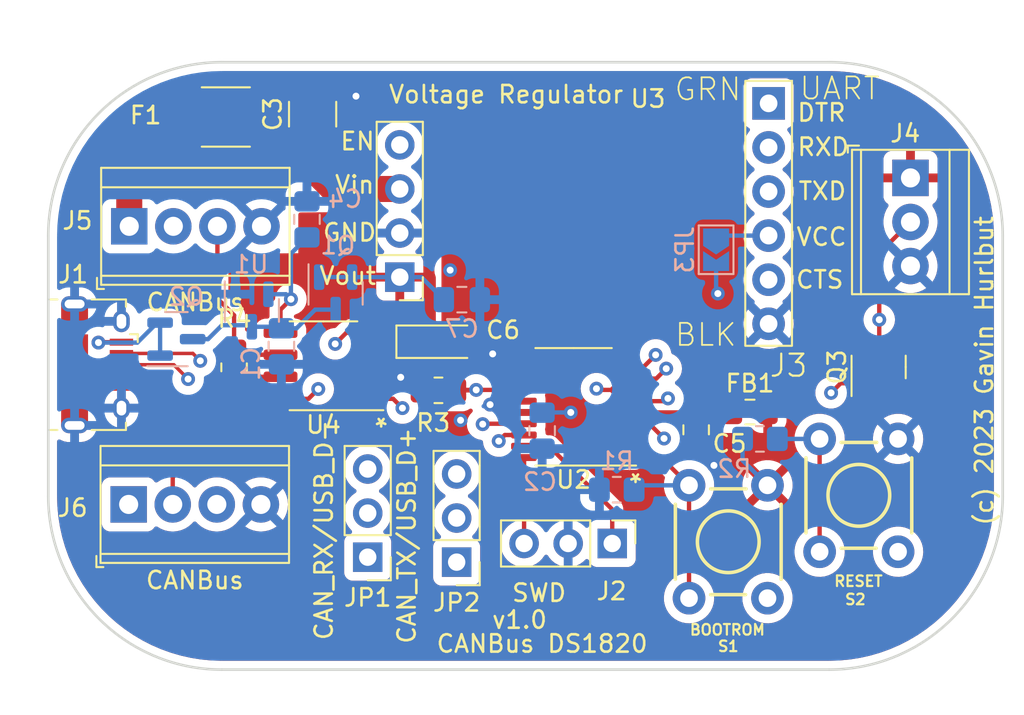
<source format=kicad_pcb>
(kicad_pcb (version 20211014) (generator pcbnew)
  (title_block (title "CANBus DS1820 Sensor") (date "2023-02-28") (rev "1.0") (company "Gavin Hurlbut"))
  (layers (0 "F.Cu" signal) (1 "In1.Cu" signal) (2 "In2.Cu" signal) (31 "B.Cu" signal) (34 "B.Paste" user) (35 "F.Paste" user) (36 "B.SilkS" user "B.Silkscreen") (37 "F.SilkS" user "F.Silkscreen") (38 "B.Mask" user) (39 "F.Mask" user) (44 "Edge.Cuts" user))
  (net 0 "")
  (net 1 "GND")
  (net 2 "+3V3")
  (net 3 "+5VP")
  (net 4 "+12V")
  (net 5 "+5V")
  (net 6 "+BATT")
  (net 7 "VBUS")
  (net 8 "USB_D-")
  (net 9 "USB_D+")
  (net 11 "CANH")
  (net 12 "CANL")
  (net 13 "CAN_RX")
  (net 14 "Net-(JP1-Pad2)")
  (net 15 "CAN_TX")
  (net 16 "Net-(JP2-Pad2)")
  (net 17 "Net-(R1-Pad1)")
  (net 18 "DQ")
  (net 19 "CAN_STBY")
  (net 20 "TXD2")
  (net 21 "RXD2")
  (net 22 "PCTLZ")
  (net 26 "SWDIO")
  (net 27 "SWDCLK")
  (net 28 "~{RESET}")
  (net 31 "/VDDA")
  (net 39 "Net-(J3-Pad4)")
  (footprint "Connector_PinHeader_2.54mm:PinHeader_1x03_P2.54mm_Vertical" (layer "F.Cu") (at 73.4 97.14 180)
    (fp_text reference "JP1" (at 0 -2.33) (layer "F.SilkS"))
    (fp_text value "CAN_RX/USB_D-" (at 2.525 1.565 90) (layer "F.SilkS"))
    (fp_line (start -1.33 -1.33) (end 0 -1.33) (layer "F.SilkS") (width 0.12))
    (fp_line (start -1.33 1.27) (end -1.33 6.41) (layer "F.SilkS") (width 0.12))
    (fp_line (start -1.33 1.27) (end 1.33 1.27) (layer "F.SilkS") (width 0.12))
    (fp_line (start -1.33 0) (end -1.33 -1.33) (layer "F.SilkS") (width 0.12))
    (fp_line (start 1.33 1.27) (end 1.33 6.41) (layer "F.SilkS") (width 0.12))
    (fp_line (start -1.33 6.41) (end 1.33 6.41) (layer "F.SilkS") (width 0.12))
    (pad "1" thru_hole rect (at 0 0 180) (size 1.7 1.7) (drill 1) (layers *.Cu *.Mask) (net 13 "CAN_RX"))
    (pad "2" thru_hole oval (at 0 2.54 180) (size 1.7 1.7) (drill 1) (layers *.Cu *.Mask) (net 14 "Net-(JP1-Pad2)"))
    (pad "3" thru_hole oval (at 0 5.08 180) (size 1.7 1.7) (drill 1) (layers *.Cu *.Mask) (net 8 "USB_D-"))
  )
  (footprint "TerminalBlock_TE-Connectivity:TerminalBlock_TE_282834-4_1x04_P2.54mm_Horizontal" (layer "F.Cu") (at 59.625 94.1)
    (fp_text reference "J6" (at -3.225 0.2) (layer "F.SilkS"))
    (fp_text value "CANBus" (at 3.81 4.37) (layer "F.SilkS"))
    (fp_line (start 9.241 -3.37) (end 9.241 3.37) (layer "F.SilkS") (width 0.12))
    (fp_line (start -1.62 -3.37) (end 9.241 -3.37) (layer "F.SilkS") (width 0.12))
    (fp_line (start -1.62 2.85) (end 9.241 2.85) (layer "F.SilkS") (width 0.12))
    (fp_line (start -1.62 -2.25) (end 9.241 -2.25) (layer "F.SilkS") (width 0.12))
    (fp_line (start -1.86 3.61) (end -1.46 3.61) (layer "F.SilkS") (width 0.12))
    (fp_line (start -1.62 3.37) (end 9.241 3.37) (layer "F.SilkS") (width 0.12))
    (fp_line (start -1.62 -3.37) (end -1.62 3.37) (layer "F.SilkS") (width 0.12))
    (fp_line (start -1.86 2.97) (end -1.86 3.61) (layer "F.SilkS") (width 0.12))
    (pad "1" thru_hole rect (at 0 0) (size 2.1 2.1) (drill 1.1) (layers *.Cu *.Mask) (net 6 "+BATT"))
    (pad "2" thru_hole circle (at 2.54 0) (size 2.1 2.1) (drill 1.1) (layers *.Cu *.Mask) (net 11 "CANH"))
    (pad "3" thru_hole circle (at 5.08 0) (size 2.1 2.1) (drill 1.1) (layers *.Cu *.Mask) (net 12 "CANL"))
    (pad "4" thru_hole circle (at 7.62 0) (size 2.1 2.1) (drill 1.1) (layers *.Cu *.Mask) (net 1 "GND"))
  )
  (footprint "TerminalBlock_TE-Connectivity:TerminalBlock_TE_282834-3_1x03_P2.54mm_Horizontal" (layer "F.Cu") (at 104.675 75.285 -90)
    (fp_text reference "J4" (at -2.56 0.3 180) (layer "F.SilkS"))
    (fp_text value "3-pole terminal")
    (fp_line (start -1.62 -3.37) (end 6.7 -3.37) (layer "F.SilkS") (width 0.12))
    (fp_line (start -1.62 3.37) (end 6.7 3.37) (layer "F.SilkS") (width 0.12))
    (fp_line (start 6.7 -3.37) (end 6.7 3.37) (layer "F.SilkS") (width 0.12))
    (fp_line (start -1.62 2.85) (end 6.7 2.85) (layer "F.SilkS") (width 0.12))
    (fp_line (start -1.62 -2.25) (end 6.7 -2.25) (layer "F.SilkS") (width 0.12))
    (fp_line (start -1.62 -3.37) (end -1.62 3.37) (layer "F.SilkS") (width 0.12))
    (fp_line (start -1.86 3.61) (end -1.46 3.61) (layer "F.SilkS") (width 0.12))
    (fp_line (start -1.86 2.97) (end -1.86 3.61) (layer "F.SilkS") (width 0.12))
    (pad "1" thru_hole rect (at 0 0 270) (size 2.1 2.1) (drill 1.1) (layers *.Cu *.Mask) (net 2 "+3V3"))
    (pad "2" thru_hole circle (at 2.54 0 270) (size 2.1 2.1) (drill 1.1) (layers *.Cu *.Mask) (net 18 "DQ"))
    (pad "3" thru_hole circle (at 5.08 0 270) (size 2.1 2.1) (drill 1.1) (layers *.Cu *.Mask) (net 1 "GND"))
  )
  (footprint "Connector_PinHeader_2.54mm:PinHeader_1x03_P2.54mm_Vertical" (layer "F.Cu") (at 87.49 96.35 -90)
    (fp_text reference "J2" (at 2.75 0.04 180) (layer "F.SilkS"))
    (fp_text value "SWD" (at 2.85 4.215 180) (layer "F.SilkS"))
    (fp_line (start 1.33 1.27) (end 1.33 6.41) (layer "F.SilkS") (width 0.12))
    (fp_line (start -1.33 -1.33) (end 0 -1.33) (layer "F.SilkS") (width 0.12))
    (fp_line (start -1.33 1.27) (end 1.33 1.27) (layer "F.SilkS") (width 0.12))
    (fp_line (start -1.33 6.41) (end 1.33 6.41) (layer "F.SilkS") (width 0.12))
    (fp_line (start -1.33 1.27) (end -1.33 6.41) (layer "F.SilkS") (width 0.12))
    (fp_line (start -1.33 0) (end -1.33 -1.33) (layer "F.SilkS") (width 0.12))
    (pad "1" thru_hole rect (at 0 0 270) (size 1.7 1.7) (drill 1) (layers *.Cu *.Mask) (net 26 "SWDIO"))
    (pad "2" thru_hole oval (at 0 2.54 270) (size 1.7 1.7) (drill 1) (layers *.Cu *.Mask) (net 1 "GND"))
    (pad "3" thru_hole oval (at 0 5.08 270) (size 1.7 1.7) (drill 1) (layers *.Cu *.Mask) (net 27 "SWDCLK"))
  )
  (footprint "Resistor_SMD:R_0805_2012Metric_Pad1.20x1.40mm_HandSolder" (layer "F.Cu") (at 65.7 86.2 90)
    (fp_text reference "R4" (at 2.8 0.025 180) (layer "F.SilkS"))
    (fp_text value "120R")
    (fp_line (start -0.227064 0.735) (end 0.227064 0.735) (layer "F.SilkS") (width 0.12))
    (fp_line (start -0.227064 -0.735) (end 0.227064 -0.735) (layer "F.SilkS") (width 0.12))
    (pad "1" smd roundrect (at -1 0 90) (size 1.2 1.4) (layers "F.Cu" "F.Paste" "F.Mask") (roundrect_rratio 0.2083333333) (net 11 "CANH"))
    (pad "2" smd roundrect (at 1 0 90) (size 1.2 1.4) (layers "F.Cu" "F.Paste" "F.Mask") (roundrect_rratio 0.2083333333) (net 12 "CANL"))
  )
  (footprint "Capacitor_SMD:C_0805_2012Metric_Pad1.18x1.45mm_HandSolder" (layer "F.Cu") (at 92.325 89.8 -90)
    (fp_text reference "C5" (at 0.8 -1.925 180) (layer "F.SilkS"))
    (fp_text value "100nF")
    (fp_line (start -0.261252 -0.735) (end 0.261252 -0.735) (layer "F.SilkS") (width 0.12))
    (fp_line (start -0.261252 0.735) (end 0.261252 0.735) (layer "F.SilkS") (width 0.12))
    (pad "1" smd roundrect (at -1.0375 0 270) (size 1.175 1.45) (layers "F.Cu" "F.Paste" "F.Mask") (roundrect_rratio 0.2127659574) (net 31 "/VDDA"))
    (pad "2" smd roundrect (at 1.0375 0 270) (size 1.175 1.45) (layers "F.Cu" "F.Paste" "F.Mask") (roundrect_rratio 0.2127659574) (net 1 "GND"))
  )
  (footprint "SparkFun-Switches:TACTILE_SWITCH_PTH_6.0MM" (layer "F.Cu") (at 94.175 96.25 -90)
    (fp_text reference "S1" (at 6.025 0 180) (layer "F.SilkS") (effects (font (size 0.6096 0.6096) (thickness 0.127))))
    (fp_text value "BOOTROM" (at 5.075 0.05 180) (layer "F.SilkS") (effects (font (size 0.6096 0.6096) (thickness 0.127))))
    (fp_line (start 3.048 -0.99568) (end 3.048 1.016) (layer "F.SilkS") (width 0.2032))
    (fp_line (start 2.159 -3.048) (end -2.159 -3.048) (layer "F.SilkS") (width 0.2032))
    (fp_line (start -2.159 3.048) (end 2.159 3.048) (layer "F.SilkS") (width 0.2032))
    (fp_line (start -3.048 -1.02616) (end -3.048 1.016) (layer "F.SilkS") (width 0.2032))
    (fp_circle (center 0 0) (end 0 -1.778) (layer "F.SilkS") (width 0.2032) (fill none))
    (pad "1" thru_hole circle locked (at -3.2512 -2.2606 270) (size 1.8796 1.8796) (drill 1.016) (layers *.Cu *.Mask) (net 2 "+3V3"))
    (pad "2" thru_hole circle locked (at 3.2512 -2.2606 270) (size 1.8796 1.8796) (drill 1.016) (layers *.Cu *.Mask))
    (pad "3" thru_hole circle locked (at -3.2512 2.2606 270) (size 1.8796 1.8796) (drill 1.016) (layers *.Cu *.Mask) (net 17 "Net-(R1-Pad1)"))
    (pad "4" thru_hole circle locked (at 3.2512 2.2606 270) (size 1.8796 1.8796) (drill 1.016) (layers *.Cu *.Mask))
  )
  (footprint "Resistor_SMD:R_0805_2012Metric_Pad1.20x1.40mm_HandSolder" (layer "F.Cu") (at 77.475 87.525)
    (fp_text reference "R3" (at -0.3 1.875 180) (layer "F.SilkS"))
    (fp_text value "100k")
    (fp_line (start -0.227064 -0.735) (end 0.227064 -0.735) (layer "F.SilkS") (width 0.12))
    (fp_line (start -0.227064 0.735) (end 0.227064 0.735) (layer "F.SilkS") (width 0.12))
    (pad "1" smd roundrect (at -1 0) (size 1.2 1.4) (layers "F.Cu" "F.Paste" "F.Mask") (roundrect_rratio 0.2083333333) (net 2 "+3V3"))
    (pad "2" smd roundrect (at 1 0) (size 1.2 1.4) (layers "F.Cu" "F.Paste" "F.Mask") (roundrect_rratio 0.2083333333) (net 19 "CAN_STBY"))
  )
  (footprint "Beirdo:FTDI-TARGET" (layer "F.Cu") (at 96.5 70.99 -90)
    (fp_text reference "J3" (at 15.11 -1.15) (layer "F.SilkS") (effects (font (size 1.27 1.27) (thickness 0.127))))
    (fp_text value "UART" (at -0.865 -4.1 180) (layer "F.SilkS") (effects (font (size 1.27 1.27) (thickness 0.1016))))
    (fp_text user "BLK" (at 13.335 3.625) (layer "F.SilkS") (effects (font (size 1.27 1.27) (thickness 0.1016))))
    (fp_text user "VCC" (at 7.6962 -3.048) (layer "F.SilkS"))
    (fp_text user "DTR" (at 0.535 -3.05) (layer "F.SilkS"))
    (fp_text user "TXD" (at 5.0546 -3.0988) (layer "F.SilkS"))
    (fp_text user "GRN" (at -0.815 3.5) (layer "F.SilkS") (effects (font (size 1.27 1.27) (thickness 0.1016))))
    (fp_text user "RXD" (at 2.5146 -3.1496) (layer "F.SilkS"))
    (fp_text user "CTS" (at 10.16 -2.9464) (layer "F.SilkS"))
    (fp_line (start -0.254 0.254) (end 0.254 0.254) (layer "F.SilkS") (width 0.06604))
    (fp_line (start 2.794 0.254) (end 2.794 -0.254) (layer "F.SilkS") (width 0.06604))
    (fp_line (start 9.906 0.254) (end 9.906 -0.254) (layer "F.SilkS") (width 0.06604))
    (fp_line (start 5.334 0.254) (end 5.334 -0.254) (layer "F.SilkS") (width 0.06604))
    (fp_line (start 9.906 0.254) (end 10.414 0.254) (layer "F.SilkS") (width 0.06604))
    (fp_line (start 12.446 -0.254) (end 12.954 -0.254) (layer "F.SilkS") (width 0.06604))
    (fp_line (start 7.366 0.254) (end 7.366 -0.254) (layer "F.SilkS") (width 0.06604))
    (fp_line (start -0.254 -0.254) (end 0.254 -0.254) (layer "F.SilkS") (width 0.06604))
    (fp_line (start 12.446 0.254) (end 12.446 -0.254) (layer "F.SilkS") (width 0.06604))
    (fp_line (start 4.826 0.254) (end 5.334 0.254) (layer "F.SilkS") (width 0.06604))
    (fp_line (start 0.254 0.254) (end 0.254 -0.254) (layer "F.SilkS") (width 0.06604))
    (fp_line (start 12.954 0.254) (end 12.954 -0.254) (layer "F.SilkS") (width 0.06604))
    (fp_line (start 12.446 0.254) (end 12.954 0.254) (layer "F.SilkS") (width 0.06604))
    (fp_line (start 2.286 0.254) (end 2.794 0.254) (layer "F.SilkS") (width 0.06604))
    (fp_line (start 10.414 0.254) (end 10.414 -0.254) (layer "F.SilkS") (width 0.06604))
    (fp_line (start 4.826 0.254) (end 4.826 -0.254) (layer "F.SilkS") (width 0.06604))
    (fp_line (start -0.254 0.254) (end -0.254 -0.254) (layer "F.SilkS") (width 0.06604))
    (fp_line (start 9.906 -0.254) (end 10.414 -0.254) (layer "F.SilkS") (width 0.06604))
    (fp_line (start 2.286 -0.254) (end 2.794 -0.254) (layer "F.SilkS") (width 0.06604))
    (fp_line (start 4.826 -0.254) (end 5.334 -0.254) (layer "F.SilkS") (width 0.06604))
    (fp_line (start 2.286 0.254) (end 2.286 -0.254) (layer "F.SilkS") (width 0.06604))
    (fp_rect (start -1.2954 -1.3462) (end 13.97 1.3462) (layer "F.SilkS") (width 0.12) (fill none))
    (pad "1" thru_hole rect (at 0 0 270) (size 1.8796 1.8796) (drill 1.016) (layers *.Cu *.Paste *.Mask))
    (pad "2" thru_hole circle (at 2.54 0 270) (size 1.8796 1.8796) (drill 1.016) (layers *.Cu *.Paste *.Mask) (net 21 "RXD2"))
    (pad "3" thru_hole circle (at 5.08 0 270) (size 1.8796 1.8796) (drill 1.016) (layers *.Cu *.Paste *.Mask) (net 20 "TXD2"))
    (pad "4" thru_hole circle (at 7.62 0 270) (size 1.8796 1.8796) (drill 1.016) (layers *.Cu *.Paste *.Mask) (net 39 "Net-(J3-Pad4)"))
    (pad "5" thru_hole circle (at 10.16 0 270) (size 1.8796 1.8796) (drill 1.016) (layers *.Cu *.Paste *.Mask))
    (pad "6" thru_hole circle (at 12.7 0 270) (size 1.8796 1.8796) (drill 1.016) (layers *.Cu *.Paste *.Mask) (net 1 "GND"))
  )
  (footprint "Resistor_SMD:R_1812_4532Metric_Pad1.30x3.40mm_HandSolder" (layer "F.Cu") (at 65.225 71.775)
    (fp_text reference "F1" (at -4.625 -0.1) (layer "F.SilkS"))
    (fp_text value "3A Polyfuse")
    (fp_line (start -1.386252 -1.71) (end 1.386252 -1.71) (layer "F.SilkS") (width 0.12))
    (fp_line (start -1.386252 1.71) (end 1.386252 1.71) (layer "F.SilkS") (width 0.12))
    (pad "1" smd roundrect (at -2.225 0) (size 1.3 3.4) (layers "F.Cu" "F.Paste" "F.Mask") (roundrect_rratio 0.1923076923) (net 6 "+BATT"))
    (pad "2" smd roundrect (at 2.225 0) (size 1.3 3.4) (layers "F.Cu" "F.Paste" "F.Mask") (roundrect_rratio 0.1923076923) (net 4 "+12V"))
  )
  (footprint "Capacitor_Tantalum_SMD:CP_EIA-3216-10_Kemet-I_Pad1.58x1.35mm_HandSolder" (layer "F.Cu") (at 77.5375 84.725)
    (fp_text reference "C6" (at 3.6625 -0.675) (layer "F.SilkS"))
    (fp_text value "100uF Ta 6V")
    (fp_line (start -2.485 -0.935) (end -2.485 0.935) (layer "F.SilkS") (width 0.12))
    (fp_line (start -2.485 0.935) (end 1.6 0.935) (layer "F.SilkS") (width 0.12))
    (fp_line (start 1.6 -0.935) (end -2.485 -0.935) (layer "F.SilkS") (width 0.12))
    (pad "1" smd roundrect (at -1.4375 0) (size 1.575 1.35) (layers "F.Cu" "F.Paste" "F.Mask") (roundrect_rratio 0.1851851852) (net 5 "+5V"))
    (pad "2" smd roundrect (at 1.4375 0) (size 1.575 1.35) (layers "F.Cu" "F.Paste" "F.Mask") (roundrect_rratio 0.1851851852) (net 1 "GND"))
  )
  (footprint "TerminalBlock_TE-Connectivity:TerminalBlock_TE_282834-4_1x04_P2.54mm_Horizontal" (layer "F.Cu") (at 59.66 78.075)
    (fp_text reference "J5" (at -2.985 -0.325) (layer "F.SilkS"))
    (fp_text value "CANBus" (at 3.81 4.37) (layer "F.SilkS"))
    (fp_line (start 9.241 -3.37) (end 9.241 3.37) (layer "F.SilkS") (width 0.12))
    (fp_line (start -1.86 2.97) (end -1.86 3.61) (layer "F.SilkS") (width 0.12))
    (fp_line (start -1.62 2.85) (end 9.241 2.85) (layer "F.SilkS") (width 0.12))
    (fp_line (start -1.62 3.37) (end 9.241 3.37) (layer "F.SilkS") (width 0.12))
    (fp_line (start -1.62 -2.25) (end 9.241 -2.25) (layer "F.SilkS") (width 0.12))
    (fp_line (start -1.62 -3.37) (end 9.241 -3.37) (layer "F.SilkS") (width 0.12))
    (fp_line (start -1.86 3.61) (end -1.46 3.61) (layer "F.SilkS") (width 0.12))
    (fp_line (start -1.62 -3.37) (end -1.62 3.37) (layer "F.SilkS") (width 0.12))
    (pad "1" thru_hole rect (at 0 0) (size 2.1 2.1) (drill 1.1) (layers *.Cu *.Mask) (net 6 "+BATT"))
    (pad "2" thru_hole circle (at 2.54 0) (size 2.1 2.1) (drill 1.1) (layers *.Cu *.Mask) (net 11 "CANH"))
    (pad "3" thru_hole circle (at 5.08 0) (size 2.1 2.1) (drill 1.1) (layers *.Cu *.Mask) (net 12 "CANL"))
    (pad "4" thru_hole circle (at 7.62 0) (size 2.1 2.1) (drill 1.1) (layers *.Cu *.Mask) (net 1 "GND"))
  )
  (footprint "Capacitor_SMD:C_1210_3225Metric_Pad1.33x2.70mm_HandSolder" (layer "F.Cu") (at 70.225 71.6125 90)
    (fp_text reference "C3" (at 0 -2.3 90) (layer "F.SilkS"))
    (fp_text value "10uF 100V")
    (fp_line (start -0.711252 -1.36) (end 0.711252 -1.36) (layer "F.SilkS") (width 0.12))
    (fp_line (start -0.711252 1.36) (end 0.711252 1.36) (layer "F.SilkS") (width 0.12))
    (pad "1" smd roundrect (at -1.5625 0 90) (size 1.325 2.7) (layers "F.Cu" "F.Paste" "F.Mask") (roundrect_rratio 0.1886792453) (net 4 "+12V"))
    (pad "2" smd roundrect (at 1.5625 0 90) (size 1.325 2.7) (layers "F.Cu" "F.Paste" "F.Mask") (roundrect_rratio 0.1886792453) (net 1 "GND"))
  )
  (footprint "Package_SO:TSSOP-20_4.4x6.5mm_P0.65mm" (layer "F.Cu") (at 85.2625 88.475 180)
    (fp_text reference "U2" (at 0 -4.2) (layer "F.SilkS"))
    (fp_text value "STM32F042F6Px")
    (fp_text user "*" (at -3.57 -3.785 180 unlocked) (layer "F.SilkS"))
    (fp_line (start 0 3.385) (end 2.2 3.385) (layer "F.SilkS") (width 0.12))
    (fp_line (start 0 3.385) (end -2.2 3.385) (layer "F.SilkS") (width 0.12))
    (fp_line (start 0 -3.385) (end 2.2 -3.385) (layer "F.SilkS") (width 0.12))
    (fp_line (start 0 -3.385) (end -3.6 -3.385) (layer "F.SilkS") (width 0.12))
    (pad "1" smd roundrect (at -2.8625 -2.925 180) (size 1.475 0.4) (layers "F.Cu" "F.Paste" "F.Mask") (net 17 "Net-(R1-Pad1)"))
    (pad "2" smd roundrect (at -2.8625 -2.275 180) (size 1.475 0.4) (layers "F.Cu" "F.Paste" "F.Mask"))
    (pad "3" smd roundrect (at -2.8625 -1.625 180) (size 1.475 0.4) (layers "F.Cu" "F.Paste" "F.Mask"))
    (pad "4" smd roundrect (at -2.8625 -0.975 180) (size 1.475 0.4) (layers "F.Cu" "F.Paste" "F.Mask") (net 28 "~{RESET}"))
    (pad "5" smd roundrect (at -2.8625 -0.325 180) (size 1.475 0.4) (layers "F.Cu" "F.Paste" "F.Mask") (net 31 "/VDDA"))
    (pad "6" smd roundrect (at -2.8625 0.325 180) (size 1.475 0.4) (layers "F.Cu" "F.Paste" "F.Mask") (net 18 "DQ"))
    (pad "7" smd roundrect (at -2.8625 0.975 180) (size 1.475 0.4) (layers "F.Cu" "F.Paste" "F.Mask") (net 22 "PCTLZ"))
    (pad "8" smd roundrect (at -2.8625 1.625 180) (size 1.475 0.4) (layers "F.Cu" "F.Paste" "F.Mask") (net 20 "TXD2"))
    (pad "9" smd roundrect (at -2.8625 2.275 180) (size 1.475 0.4) (layers "F.Cu" "F.Paste" "F.Mask") (net 21 "RXD2"))
    (pad "10" smd roundrect (at -2.8625 2.925 180) (size 1.475 0.4) (layers "F.Cu" "F.Paste" "F.Mask"))
    (pad "11" smd roundrect (at 2.8625 2.925 180) (size 1.475 0.4) (layers "F.Cu" "F.Paste" "F.Mask"))
    (pad "12" smd roundrect (at 2.8625 2.275 180) (size 1.475 0.4) (layers "F.Cu" "F.Paste" "F.Mask"))
    (pad "13" smd roundrect (at 2.8625 1.625 180) (size 1.475 0.4) (layers "F.Cu" "F.Paste" "F.Mask"))
    (pad "14" smd roundrect (at 2.8625 0.975 180) (size 1.475 0.4) (layers "F.Cu" "F.Paste" "F.Mask") (net 19 "CAN_STBY"))
    (pad "15" smd roundrect (at 2.8625 0.325 180) (size 1.475 0.4) (layers "F.Cu" "F.Paste" "F.Mask") (net 1 "GND"))
    (pad "16" smd roundrect (at 2.8625 -0.325 180) (size 1.475 0.4) (layers "F.Cu" "F.Paste" "F.Mask") (net 2 "+3V3"))
    (pad "17" smd roundrect (at 2.8625 -0.975 180) (size 1.475 0.4) (layers "F.Cu" "F.Paste" "F.Mask") (net 14 "Net-(JP1-Pad2)"))
    (pad "18" smd roundrect (at 2.8625 -1.625 180) (size 1.475 0.4) (layers "F.Cu" "F.Paste" "F.Mask") (net 16 "Net-(JP2-Pad2)"))
    (pad "19" smd roundrect (at 2.8625 -2.275 180) (size 1.475 0.4) (layers "F.Cu" "F.Paste" "F.Mask") (net 26 "SWDIO"))
    (pad "20" smd roundrect (at 2.8625 -2.925 180) (size 1.475 0.4) (layers "F.Cu" "F.Paste" "F.Mask") (net 27 "SWDCLK"))
  )
  (footprint "Beirdo:Switching_Regulator_Module" (layer "F.Cu") (at 75.275 81.1 180)
    (fp_text reference "U3" (at -14.275 10.375 unlocked) (layer "F.SilkS"))
    (fp_text value "Voltage Regulator" (at -6.1 10.625 180) (layer "F.SilkS"))
    (fp_text user "EN" (at 2.4638 7.9248 180) (layer "F.SilkS"))
    (fp_text user "GND" (at 2.921 2.667 180) (layer "F.SilkS"))
    (fp_text user "Vin" (at 2.6277 5.4224 180) (layer "F.SilkS"))
    (fp_text user "Vout" (at 3.0277 0.1724 180) (layer "F.SilkS"))
    (fp_line (start 1.3577 1.3674) (end 1.3577 9.0474) (layer "F.SilkS") (width 0.12))
    (fp_line (start -1.3023 0.0974) (end -1.3023 -1.2326) (layer "F.SilkS") (width 0.12))
    (fp_line (start -1.3023 9.0474) (end 1.3577 9.0474) (layer "F.SilkS") (width 0.12))
    (fp_line (start -1.3023 1.3674) (end 1.3577 1.3674) (layer "F.SilkS") (width 0.12))
    (fp_line (start -1.3023 1.3674) (end -1.3023 9.0474) (layer "F.SilkS") (width 0.12))
    (fp_line (start -1.3023 -1.2326) (end 0.0277 -1.2326) (layer "F.SilkS") (width 0.12))
    (pad "1" thru_hole rect (at 0.0277 0.0974 180) (size 1.7 1.7) (drill 1) (layers *.Cu *.Mask) (net 5 "+5V"))
    (pad "2" thru_hole oval (at 0.0277 2.6374 180) (size 1.7 1.7) (drill 1) (layers *.Cu *.Mask) (net 1 "GND"))
    (pad "3" thru_hole oval (at 0.0277 5.1774 180) (size 1.7 1.7) (drill 1) (layers *.Cu *.Mask) (net 4 "+12V"))
    (pad "4" thru_hole oval (at 0.0277 7.7174 180) (size 1.7 1.7) (drill 1) (layers *.Cu *.Mask))
  )
  (footprint "SparkFun-Switches:TACTILE_SWITCH_PTH_6.0MM" (layer "F.Cu") (at 101.7 93.575 -90)
    (fp_text reference "S2" (at 6 0.2 180) (layer "F.SilkS") (effects (font (size 0.6096 0.6096) (thickness 0.127))))
    (fp_text value "RESET" (at 4.95 0.025 180) (layer "F.SilkS") (effects (font (size 0.6096 0.6096) (thickness 0.127))))
    (fp_line (start 2.159 -3.048) (end -2.159 -3.048) (layer "F.SilkS") (width 0.2032))
    (fp_line (start -2.159 3.048) (end 2.159 3.048) (layer "F.SilkS") (width 0.2032))
    (fp_line (start -3.048 -1.02616) (end -3.048 1.016) (layer "F.SilkS") (width 0.2032))
    (fp_line (start 3.048 -0.99568) (end 3.048 1.016) (layer "F.SilkS") (width 0.2032))
    (fp_circle (center 0 0) (end 0 -1.778) (layer "F.SilkS") (width 0.2032) (fill none))
    (pad "1" thru_hole circle locked (at -3.2512 -2.2606 270) (size 1.8796 1.8796) (drill 1.016) (layers *.Cu *.Mask) (net 1 "GND"))
    (pad "2" thru_hole circle locked (at 3.2512 -2.2606 270) (size 1.8796 1.8796) (drill 1.016) (layers *.Cu *.Mask))
    (pad "3" thru_hole circle locked (at -3.2512 2.2606 270) (size 1.8796 1.8796) (drill 1.016) (layers *.Cu *.Mask) (net 28 "~{RESET}"))
    (pad "4" thru_hole circle locked (at 3.2512 2.2606 270) (size 1.8796 1.8796) (drill 1.016) (layers *.Cu *.Mask))
  )
  (footprint "Connector_USB:USB_Micro-B_Amphenol_10118194_Horizontal" (layer "F.Cu") (at 57.81 86.05 -90)
    (fp_text reference "J1" (at -5.2 1.385 180) (layer "F.SilkS"))
    (fp_text value "USB_B_Micro")
    (fp_line (start -1.76 -1.89) (end -1.76 -2.34) (layer "F.SilkS") (width 0.12))
    (fp_line (start -3.76 -1.66) (end -3.34 -1.66) (layer "F.SilkS") (width 0.12))
    (fp_line (start 3.76 2.29) (end 3.76 2.69) (layer "F.SilkS") (width 0.12))
    (fp_line (start -1.31 -2.34) (end -1.76 -2.34) (layer "F.SilkS") (width 0.12))
    (fp_line (start 3.76 -1.66) (end 3.34 -1.66) (layer "F.SilkS") (width 0.12))
    (fp_line (start -3.76 0.32) (end -3.76 -1.66) (layer "F.SilkS") (width 0.12))
    (fp_line (start -3.76 2.69) (end -3.76 2.29) (layer "F.SilkS") (width 0.12))
    (fp_line (start 3.76 0.32) (end 3.76 -1.66) (layer "F.SilkS") (width 0.12))
    (pad "1" smd rect (at -1.3 -1.4 270) (size 0.4 1.35) (layers "F.Cu" "F.Paste" "F.Mask") (net 7 "VBUS"))
    (pad "2" smd rect (at -0.65 -1.4 270) (size 0.4 1.35) (layers "F.Cu" "F.Paste" "F.Mask") (net 8 "USB_D-"))
    (pad "3" smd rect (at 0 -1.4 270) (size 0.4 1.35) (layers "F.Cu" "F.Paste" "F.Mask") (net 9 "USB_D+"))
    (pad "4" smd rect (at 0.65 -1.4 270) (size 0.4 1.35) (layers "F.Cu" "F.Paste" "F.Mask"))
    (pad "5" smd rect (at 1.3 -1.4 270) (size 0.4 1.35) (layers "F.Cu" "F.Paste" "F.Mask") (net 1 "GND"))
    (pad "6" smd rect (at 1 1.3 270) (size 1.5 1.55) (layers "F.Cu" "F.Paste" "F.Mask") (net 1 "GND"))
    (pad "6" smd rect (at -1 1.3 270) (size 1.5 1.55) (layers "F.Cu" "F.Paste" "F.Mask") (net 1 "GND"))
    (pad "6" smd rect (at 2.9 1.3 270) (size 1.2 1.55) (layers "F.Cu" "F.Paste" "F.Mask") (net 1 "GND"))
    (pad "6" thru_hole oval (at -2.5 -1.4 270) (size 1.25 0.95) (drill oval 0.85 0.55) (layers *.Cu *.Mask) (net 1 "GND"))
    (pad "6" thru_hole oval (at -3.5 1.3 270) (size 0.89 1.55) (drill oval 0.5 1.15) (layers *.Cu *.Mask) (net 1 "GND"))
    (pad "6" thru_hole oval (at 3.5 1.3 270) (size 0.89 1.55) (drill oval 0.5 1.15) (layers *.Cu *.Mask) (net 1 "GND"))
    (pad "6" smd rect (at -2.9 1.3 270) (size 1.2 1.55) (layers "F.Cu" "F.Paste" "F.Mask") (net 1 "GND"))
    (pad "6" thru_hole oval (at 2.5 -1.4 270) (size 1.25 0.95) (drill oval 0.85 0.55) (layers *.Cu *.Mask) (net 1 "GND"))
  )
  (footprint "Beirdo:Altoid-Board-Outline" (layer "F.Cu") (at 55.05 68.6)
    (fp_text reference "BOARD" hide)
    (fp_text value "Altoid-Board-Outline")
    (fp_line (start 9.941268 0.017468) (end 44.941268 0.017468) (layer "Edge.Cuts") (width 0.15))
    (fp_line (start 54.941268 10.017468) (end 54.941268 25.017468) (layer "Edge.Cuts") (width 0.15))
    (fp_line (start -0.058732 10.017468) (end -0.058732 25.017468) (layer "Edge.Cuts") (width 0.15))
    (fp_line (start 9.941268 35.017468) (end 44.941268 35.017468) (layer "Edge.Cuts") (width 0.15))
    (fp_arc (start 54.941268 25.017468) (mid 52.012336 32.088536) (end 44.941268 35.017468) (layer "Edge.Cuts") (width 0.15))
    (fp_arc (start 9.941268 35.017468) (mid 2.870202 32.088535) (end -0.058732 25.017468) (layer "Edge.Cuts") (width 0.15))
    (fp_arc (start 44.941268 0.017468) (mid 52.012338 2.946399) (end 54.941268 10.017468) (layer "Edge.Cuts") (width 0.15))
    (fp_arc (start -0.058732 10.017468) (mid 2.8702 2.9464) (end 9.941268 0.017468) (layer "Edge.Cuts") (width 0.15))
  )
  (footprint "Connector_PinHeader_2.54mm:PinHeader_1x03_P2.54mm_Vertical" (layer "F.Cu") (at 78.525 97.425 180)
    (fp_text reference "JP2" (at 0 -2.33) (layer "F.SilkS"))
    (fp_text value "CAN_TX/USB_D+" (at 2.875 1.525 90) (layer "F.SilkS"))
    (fp_line (start -1.33 1.27) (end 1.33 1.27) (layer "F.SilkS") (width 0.12))
    (fp_line (start -1.33 -1.33) (end 0 -1.33) (layer "F.SilkS") (width 0.12))
    (fp_line (start 1.33 1.27) (end 1.33 6.41) (layer "F.SilkS") (width 0.12))
    (fp_line (start -1.33 0) (end -1.33 -1.33) (layer "F.SilkS") (width 0.12))
    (fp_line (start -1.33 6.41) (end 1.33 6.41) (layer "F.SilkS") (width 0.12))
    (fp_line (start -1.33 1.27) (end -1.33 6.41) (layer "F.SilkS") (width 0.12))
    (pad "1" thru_hole rect (at 0 0 180) (size 1.7 1.7) (drill 1) (layers *.Cu *.Mask) (net 15 "CAN_TX"))
    (pad "2" thru_hole oval (at 0 2.54 180) (size 1.7 1.7) (drill 1) (layers *.Cu *.Mask) (net 16 "Net-(JP2-Pad2)"))
    (pad "3" thru_hole oval (at 0 5.08 180) (size 1.7 1.7) (drill 1) (layers *.Cu *.Mask) (net 9 "USB_D+"))
  )
  (footprint "Inductor_SMD:L_0805_2012Metric_Pad1.15x1.40mm_HandSolder" (layer "F.Cu") (at 95.425 88.775)
    (fp_text reference "FB1" (at 0 -1.65) (layer "F.SilkS"))
    (fp_text value "Ferrite")
    (fp_line (start -0.261252 -0.71) (end 0.261252 -0.71) (layer "F.SilkS") (width 0.12))
    (fp_line (start -0.261252 0.71) (end 0.261252 0.71) (layer "F.SilkS") (width 0.12))
    (pad "1" smd roundrect (at -1.025 0) (size 1.15 1.4) (layers "F.Cu" "F.Paste" "F.Mask") (roundrect_rratio 0.2173913043) (net 31 "/VDDA"))
    (pad "2" smd roundrect (at 1.025 0) (size 1.15 1.4) (layers "F.Cu" "F.Paste" "F.Mask") (roundrect_rratio 0.2173913043) (net 2 "+3V3"))
  )
  (footprint "Package_SO:SOIC-8_3.9x4.9mm_P1.27mm" (layer "F.Cu") (at 70.85 86.11 180)
    (fp_text reference "U4" (at 0 -3.4) (layer "F.SilkS"))
    (fp_text value "MCP2562HD")
    (fp_text user "*" (at -3.325 -2.95 180 unlocked) (layer "F.SilkS"))
    (fp_line (start 0 2.56) (end 1.95 2.56) (layer "F.SilkS") (width 0.12))
    (fp_line (start 0 -2.56) (end 1.95 -2.56) (layer "F.SilkS") (width 0.12))
    (fp_line (start 0 2.56) (end -1.95 2.56) (layer "F.SilkS") (width 0.12))
    (fp_line (start 0 -2.56) (end -3.45 -2.56) (layer "F.SilkS") (width 0.12))
    (pad "1" smd roundrect (at -2.475 -1.905 180) (size 1.95 0.6) (layers "F.Cu" "F.Paste" "F.Mask") (net 15 "CAN_TX"))
    (pad "2" smd roundrect (at -2.475 -0.635 180) (size 1.95 0.6) (layers "F.Cu" "F.Paste" "F.Mask") (net 1 "GND"))
    (pad "3" smd roundrect (at -2.475 0.635 180) (size 1.95 0.6) (layers "F.Cu" "F.Paste" "F.Mask") (net 5 "+5V"))
    (pad "4" smd roundrect (at -2.475 1.905 180) (size 1.95 0.6) (layers "F.Cu" "F.Paste" "F.Mask") (net 13 "CAN_RX"))
    (pad "5" smd roundrect (at 2.475 1.905 180) (size 1.95 0.6) (layers "F.Cu" "F.Paste" "F.Mask") (net 2 "+3V3"))
    (pad "6" smd roundrect (at 2.475 0.635 180) (size 1.95 0.6) (layers "F.Cu" "F.Paste" "F.Mask") (net 12 "CANL"))
    (pad "7" smd roundrect (at 2.475 -0.635 180) (size 1.95 0.6) (layers "F.Cu" "F.Paste" "F.Mask") (net 11 "CANH"))
    (pad "8" smd roundrect (at 2.475 -1.905 180) (size 1.95 0.6) (layers "F.Cu" "F.Paste" "F.Mask") (net 19 "CAN_STBY"))
  )
  (footprint "Package_TO_SOT_SMD:SOT-23" (layer "F.Cu") (at 102.84 86.18 90)
    (fp_text reference "Q3" (at 0 -2.4 90) (layer "F.SilkS"))
    (fp_text value "BSS84")
    (fp_line (start 0 -1.56) (end 0.65 -1.56) (layer "F.SilkS") (width 0.12))
    (fp_line (start 0 -1.56) (end -1.675 -1.56) (layer "F.SilkS") (width 0.12))
    (fp_line (start 0 1.56) (end 0.65 1.56) (layer "F.SilkS") (width 0.12))
    (fp_line (start 0 1.56) (end -0.65 1.56) (layer "F.SilkS") (width 0.12))
    (pad "1" smd roundrect (at -0.9375 -0.95 90) (size 1.475 0.6) (layers "F.Cu" "F.Paste" "F.Mask") (net 22 "PCTLZ"))
    (pad "2" smd roundrect (at -0.9375 0.95 90) (size 1.475 0.6) (layers "F.Cu" "F.Paste" "F.Mask") (net 2 "+3V3"))
    (pad "3" smd roundrect (at 0.9375 0 90) (size 1.475 0.6) (layers "F.Cu" "F.Paste" "F.Mask") (net 18 "DQ"))
  )
  (footprint "Capacitor_SMD:C_0805_2012Metric_Pad1.18x1.45mm_HandSolder" (layer "B.Cu") (at 78.825 82.3)
    (fp_text reference "C7" (at 0 1.68) (layer "B.SilkS") (effects (justify mirror)))
    (fp_text value "10uF")
    (fp_line (start -0.261252 -0.735) (end 0.261252 -0.735) (layer "B.SilkS") (width 0.12))
    (fp_line (start -0.261252 0.735) (end 0.261252 0.735) (layer "B.SilkS") (width 0.12))
    (pad "1" smd roundrect (at -1.0375 0) (size 1.175 1.45) (layers "B.Cu" "B.Paste" "B.Mask") (roundrect_rratio 0.2127659574) (net 5 "+5V"))
    (pad "2" smd roundrect (at 1.0375 0) (size 1.175 1.45) (layers "B.Cu" "B.Paste" "B.Mask") (roundrect_rratio 0.2127659574) (net 1 "GND"))
  )
  (footprint "Package_TO_SOT_SMD:SOT-23" (layer "B.Cu") (at 66.725 82.925 -90)
    (fp_text reference "U1" (at -2.65 0.05 180) (layer "B.SilkS") (effects (justify mirror)))
    (fp_text value "MCP1754S-3302xCB")
    (fp_line (start 0 -1.56) (end -0.65 -1.56) (layer "B.SilkS") (width 0.12))
    (fp_line (start 0 1.56) (end 0.65 1.56) (layer "B.SilkS") (width 0.12))
    (fp_line (start 0 1.56) (end -1.675 1.56) (layer "B.SilkS") (width 0.12))
    (fp_line (start 0 -1.56) (end 0.65 -1.56) (layer "B.SilkS") (width 0.12))
    (pad "1" smd roundrect (at -0.9375 0.95 270) (size 1.475 0.6) (layers "B.Cu" "B.Paste" "B.Mask") (net 1 "GND"))
    (pad "2" smd roundrect (at -0.9375 -0.95 270) (size 1.475 0.6) (layers "B.Cu" "B.Paste" "B.Mask") (net 2 "+3V3"))
    (pad "3" smd roundrect (at 0.9375 0 270) (size 1.475 0.6) (layers "B.Cu" "B.Paste" "B.Mask") (net 3 "+5VP"))
  )
  (footprint "Resistor_SMD:R_0805_2012Metric_Pad1.20x1.40mm_HandSolder" (layer "B.Cu") (at 87.75 93.25 180)
    (fp_text reference "R1" (at 0 1.65) (layer "B.SilkS") (effects (justify mirror)))
    (fp_text value "10k")
    (fp_line (start -0.227064 -0.735) (end 0.227064 -0.735) (layer "B.SilkS") (width 0.12))
    (fp_line (start -0.227064 0.735) (end 0.227064 0.735) (layer "B.SilkS") (width 0.12))
    (pad "1" smd roundrect (at -1 0 180) (size 1.2 1.4) (layers "B.Cu" "B.Paste" "B.Mask") (roundrect_rratio 0.2083333333) (net 17 "Net-(R1-Pad1)"))
    (pad "2" smd roundrect (at 1 0 180) (size 1.2 1.4) (layers "B.Cu" "B.Paste" "B.Mask") (roundrect_rratio 0.2083333333) (net 1 "GND"))
  )
  (footprint "Capacitor_SMD:C_0805_2012Metric_Pad1.18x1.45mm_HandSolder" (layer "B.Cu") (at 83.45 89.85 90)
    (fp_text reference "C2" (at -2.95 -0.125 180) (layer "B.SilkS") (effects (justify mirror)))
    (fp_text value "100nF")
    (fp_line (start -0.261252 -0.735) (end 0.261252 -0.735) (layer "B.SilkS") (width 0.12))
    (fp_line (start -0.261252 0.735) (end 0.261252 0.735) (layer "B.SilkS") (width 0.12))
    (pad "1" smd roundrect (at -1.0375 0 90) (size 1.175 1.45) (layers "B.Cu" "B.Paste" "B.Mask") (roundrect_rratio 0.2127659574) (net 1 "GND"))
    (pad "2" smd roundrect (at 1.0375 0 90) (size 1.175 1.45) (layers "B.Cu" "B.Paste" "B.Mask") (roundrect_rratio 0.2127659574) (net 2 "+3V3"))
  )
  (footprint "Capacitor_SMD:C_0805_2012Metric_Pad1.18x1.45mm_HandSolder" (layer "B.Cu") (at 69.9 77.675 90)
    (fp_text reference "C4" (at 1.175 2.2 180) (layer "B.SilkS") (effects (justify mirror)))
    (fp_text value "1uF")
    (fp_line (start -0.261252 -0.735) (end 0.261252 -0.735) (layer "B.SilkS") (width 0.12))
    (fp_line (start -0.261252 0.735) (end 0.261252 0.735) (layer "B.SilkS") (width 0.12))
    (pad "1" smd roundrect (at -1.0375 0 90) (size 1.175 1.45) (layers "B.Cu" "B.Paste" "B.Mask") (roundrect_rratio 0.2127659574) (net 2 "+3V3"))
    (pad "2" smd roundrect (at 1.0375 0 90) (size 1.175 1.45) (layers "B.Cu" "B.Paste" "B.Mask") (roundrect_rratio 0.2127659574) (net 1 "GND"))
  )
  (footprint "Capacitor_SMD:C_0805_2012Metric_Pad1.18x1.45mm_HandSolder" (layer "B.Cu") (at 68.425 84.9875 -90)
    (fp_text reference "C1" (at 1.0125 1.75 90) (layer "B.SilkS") (effects (justify mirror)))
    (fp_text value "1uF")
    (fp_line (start -0.261252 -0.735) (end 0.261252 -0.735) (layer "B.SilkS") (width 0.12))
    (fp_line (start -0.261252 0.735) (end 0.261252 0.735) (layer "B.SilkS") (width 0.12))
    (pad "1" smd roundrect (at -1.0375 0 270) (size 1.175 1.45) (layers "B.Cu" "B.Paste" "B.Mask") (roundrect_rratio 0.2127659574) (net 3 "+5VP"))
    (pad "2" smd roundrect (at 1.0375 0 270) (size 1.175 1.45) (layers "B.Cu" "B.Paste" "B.Mask") (roundrect_rratio 0.2127659574) (net 1 "GND"))
  )
  (footprint "Package_TO_SOT_SMD:SOT-23" (layer "B.Cu") (at 62.375 84.575)
    (fp_text reference "Q2" (at 0.575 -2.45) (layer "B.SilkS") (effects (justify mirror)))
    (fp_text value "2N7002")
    (fp_line (start 0 1.56) (end -1.675 1.56) (layer "B.SilkS") (width 0.12))
    (fp_line (start 0 -1.56) (end 0.65 -1.56) (layer "B.SilkS") (width 0.12))
    (fp_line (start 0 1.56) (end 0.65 1.56) (layer "B.SilkS") (width 0.12))
    (fp_line (start 0 -1.56) (end -0.65 -1.56) (layer "B.SilkS") (width 0.12))
    (pad "1" smd roundrect (at -0.9375 0.95) (size 1.475 0.6) (layers "B.Cu" "B.Paste" "B.Mask") (net 7 "VBUS"))
    (pad "2" smd roundrect (at -0.9375 -0.95) (size 1.475 0.6) (layers "B.Cu" "B.Paste" "B.Mask") (net 7 "VBUS"))
    (pad "3" smd roundrect (at 0.9375 0) (size 1.475 0.6) (layers "B.Cu" "B.Paste" "B.Mask") (net 3 "+5VP"))
  )
  (footprint "Package_TO_SOT_SMD:SOT-23" (layer "B.Cu") (at 71.55 81.9375 -90)
    (fp_text reference "Q1" (at -2.7625 -0.125 180) (layer "B.SilkS") (effects (justify mirror)))
    (fp_text value "2N7002")
    (fp_line (start 0 -1.56) (end -0.65 -1.56) (layer "B.SilkS") (width 0.12))
    (fp_line (start 0 -1.56) (end 0.65 -1.56) (layer "B.SilkS") (width 0.12))
    (fp_line (start 0 1.56) (end -1.675 1.56) (layer "B.SilkS") (width 0.12))
    (fp_line (start 0 1.56) (end 0.65 1.56) (layer "B.SilkS") (width 0.12))
    (pad "1" smd roundrect (at -0.9375 0.95 270) (size 1.475 0.6) (layers "B.Cu" "B.Paste" "B.Mask") (net 5 "+5V"))
    (pad "2" smd roundrect (at -0.9375 -0.95 270) (size 1.475 0.6) (layers "B.Cu" "B.Paste" "B.Mask") (net 5 "+5V"))
    (pad "3" smd roundrect (at 0.9375 0 270) (size 1.475 0.6) (layers "B.Cu" "B.Paste" "B.Mask") (net 3 "+5VP"))
  )
  (footprint "Jumper:SolderJumper-2_P1.3mm_Open_TrianglePad1.0x1.5mm" (layer "B.Cu") (at 93.475 79.425 -90)
    (fp_text reference "JP3" (at 0 1.8 90) (layer "B.SilkS") (effects (justify mirror)))
    (fp_text value "UART 3.3V")
    (fp_line (start 1.4 1) (end 1.4 -1) (layer "B.SilkS") (width 0.12))
    (fp_line (start 1.4 -1) (end -1.4 -1) (layer "B.SilkS") (width 0.12))
    (fp_line (start -1.4 -1) (end -1.4 1) (layer "B.SilkS") (width 0.12))
    (fp_line (start -1.4 1) (end 1.4 1) (layer "B.SilkS") (width 0.12))
    (pad "1" smd custom (at -0.725 0 270) (size 0.3 0.3) (layers "B.Cu" "B.Mask") (net 39 "Net-(J3-Pad4)") (options (clearance outline) (anchor rect)) (primitives (gr_poly (pts (xy 1 0) (xy 0.5 -0.75) (xy -0.5 -0.75) (xy -0.5 0.75) (xy 0.5 0.75)) (width 0) (fill yes))))
    (pad "2" smd custom (at 0.725 0 270) (size 0.3 0.3) (layers "B.Cu" "B.Mask") (net 2 "+3V3") (options (clearance outline) (anchor rect)) (primitives (gr_poly (pts (xy 0.5 -0.75) (xy -0.65 -0.75) (xy -0.15 0) (xy -0.65 0.75) (xy 0.5 0.75)) (width 0) (fill yes))))
  )
  (footprint "Resistor_SMD:R_0805_2012Metric_Pad1.20x1.40mm_HandSolder" (layer "B.Cu") (at 96 90.325)
    (fp_text reference "R2" (at -1.475 1.725) (layer "B.SilkS") (effects (justify mirror)))
    (fp_text value "10k")
    (fp_line (start -0.227064 0.735) (end 0.227064 0.735) (layer "B.SilkS") (width 0.12))
    (fp_line (start -0.227064 -0.735) (end 0.227064 -0.735) (layer "B.SilkS") (width 0.12))
    (pad "1" smd roundrect (at -1 0) (size 1.2 1.4) (layers "B.Cu" "B.Paste" "B.Mask") (roundrect_rratio 0.2083333333) (net 2 "+3V3"))
    (pad "2" smd roundrect (at 1 0) (size 1.2 1.4) (layers "B.Cu" "B.Paste" "B.Mask") (roundrect_rratio 0.2083333333) (net 28 "~{RESET}"))
  )
  (gr_text "CANBus DS1820" (at 83.45 102.125) (layer "F.SilkS") (effects (font (size 1 1))))
  (gr_text "v1.0" (at 82.15 100.75) (layer "F.SilkS") (effects (font (size 1 1))))
  (gr_text "(c) 2023 Gavin Hurlbut" (at 108.925 86.4 90) (layer "F.SilkS") (effects (font (size 1 1))))
  (segment (start 70.225 70.05) (end 72.2 70.05) (width 1.5) (layer "F.Cu") (net 1))
  (segment (start 75.3 86.775) (end 73.355 86.775) (width 0.25) (layer "F.Cu") (net 1))
  (segment (start 92.3375 90.8375) (end 93.35 91.85) (width 0.25) (layer "F.Cu") (net 1))
  (segment (start 72.2 70.05) (end 72.725 70.575) (width 1.5) (layer "F.Cu") (net 1))
  (segment (start 78.975 84.725) (end 80.175 84.725) (width 0.25) (layer "F.Cu") (net 1))
  (segment (start 80.6 85.15) (end 80.6 85.425) (width 0.25) (layer "F.Cu") (net 1))
  (segment (start 73.355 86.775) (end 73.325 86.745) (width 0.25) (layer "F.Cu") (net 1))
  (segment (start 92.325 90.8375) (end 92.3375 90.8375) (width 0.25) (layer "F.Cu") (net 1))
  (segment (start 80.175 84.725) (end 80.6 85.15) (width 0.25) (layer "F.Cu") (net 1))
  (segment (start 56.51 87.05) (end 56.51 89.55) (width 0.25) (layer "F.Cu") (net 1))
  (segment (start 56.51 85.05) (end 56.51 82.55) (width 0.25) (layer "F.Cu") (net 1))
  (segment (start 59.21 87.35) (end 59.21 88.55) (width 0.25) (layer "F.Cu") (net 1))
  (segment (start 80.65 88.15) (end 80.45 88.35) (width 0.25) (layer "F.Cu") (net 1))
  (segment (start 82.4 88.15) (end 80.65 88.15) (width 0.25) (layer "F.Cu") (net 1))
  (via (at 80.45 88.35) (size 0.8) (drill 0.4) (layers "F.Cu" "B.Cu") (net 1))
  (via (at 72.725 70.575) (size 0.8) (drill 0.4) (layers "F.Cu" "B.Cu") (net 1))
  (via (at 93.35 91.85) (size 0.8) (drill 0.4) (layers "F.Cu" "B.Cu") (net 1))
  (via (at 80.6 85.425) (size 0.8) (drill 0.4) (layers "F.Cu" "B.Cu") (net 1))
  (via (at 75.3 86.775) (size 0.8) (drill 0.4) (layers "F.Cu" "B.Cu") (net 1))
  (segment (start 77.175 89.25) (end 76.475 88.55) (width 0.25) (layer "F.Cu") (net 2))
  (segment (start 68.375 82.875) (end 68.975 82.275) (width 0.25) (layer "F.Cu") (net 2))
  (segment (start 68.375 84.205) (end 68.375 82.875) (width 0.25) (layer "F.Cu") (net 2))
  (segment (start 76.475 88.55) (end 76.475 87.525) (width 0.25) (layer "F.Cu") (net 2))
  (segment locked (start 82.4 88.8) (end 84.7 88.8) (width 0.25) (layer "F.Cu") (net 2))
  (segment (start 84.7 88.8) (end 85.1 88.8) (width 0.25) (layer "F.Cu") (net 2))
  (segment (start 78.75 89.25) (end 77.175 89.25) (width 0.25) (layer "F.Cu") (net 2))
  (via (at 78.15 80.6) (size 0.8) (drill 0.4) (layers "F.Cu" "B.Cu") (net 2))
  (via (at 85.1 88.8) (size 0.8) (drill 0.4) (layers "F.Cu" "B.Cu") (net 2))
  (via (at 93.575 81.95) (size 0.8) (drill 0.4) (layers "F.Cu" "B.Cu") (net 2))
  (via (at 78.75 89.25) (size 0.8) (drill 0.4) (layers "F.Cu" "B.Cu") (net 2))
  (via (at 68.975 82.275) (size 0.8) (drill 0.4) (layers "F.Cu" "B.Cu") (net 2))
  (segment (start 83.4625 88.8) (end 83.45 88.8125) (width 0.25) (layer "B.Cu") (net 2))
  (segment (start 68.6875 81.9875) (end 68.975 82.275) (width 0.25) (layer "B.Cu") (net 2))
  (segment (start 85.1 88.8) (end 83.4625 88.8) (width 0.25) (layer "B.Cu") (net 2))
  (segment (start 67.675 81.9875) (end 68.6875 81.9875) (width 0.25) (layer "B.Cu") (net 2))
  (segment (start 68.975 79.65) (end 68.975 82.275) (width 0.25) (layer "B.Cu") (net 2))
  (segment (start 69.9 78.725) (end 68.975 79.65) (width 0.25) (layer "B.Cu") (net 2))
  (segment (start 95 90.325) (end 95 91.5632) (width 0.25) (layer "B.Cu") (net 2))
  (segment (start 93.475 80.15) (end 93.475 81.85) (width 0.25) (layer "B.Cu") (net 2))
  (segment (start 93.475 81.85) (end 93.575 81.95) (width 0.25) (layer "B.Cu") (net 2))
  (segment (start 95 91.5632) (end 96.4356 92.9988) (width 0.25) (layer "B.Cu") (net 2))
  (segment (start 69.9 78.7125) (end 69.9 78.725) (width 0.25) (layer "B.Cu") (net 2))
  (segment (start 63.3125 84.575) (end 64.2 84.575) (width 0.25) (layer "B.Cu") (net 3))
  (segment (start 64.2 84.575) (end 65 83.775) (width 0.25) (layer "B.Cu") (net 3))
  (segment (start 68.425 83.95) (end 69.3 83.95) (width 0.25) (layer "B.Cu") (net 3))
  (segment (start 65 83.775) (end 66.675 83.775) (width 0.25) (layer "B.Cu") (net 3))
  (segment (start 70.375 82.875) (end 71.55 82.875) (width 0.25) (layer "B.Cu") (net 3))
  (segment (start 69.3 83.95) (end 70.375 82.875) (width 0.25) (layer "B.Cu") (net 3))
  (segment (start 68.3375 83.8625) (end 68.425 83.95) (width 0.25) (layer "B.Cu") (net 3))
  (segment (start 66.725 83.8625) (end 68.3375 83.8625) (width 0.25) (layer "B.Cu") (net 3))
  (segment (start 71.3976 75.9226) (end 75.2473 75.9226) (width 1.5) (layer "F.Cu") (net 4))
  (segment (start 67.45 71.775) (end 68.85 73.175) (width 1.5) (layer "F.Cu") (net 4))
  (segment (start 68.85 73.175) (end 70.225 73.175) (width 1.5) (layer "F.Cu") (net 4))
  (segment (start 70.225 74.75) (end 71.3976 75.9226) (width 1.5) (layer "F.Cu") (net 4))
  (segment (start 70.225 73.175) (end 70.225 74.75) (width 1.5) (layer "F.Cu") (net 4))
  (segment (start 73.325 85.475) (end 75.35 85.475) (width 0.25) (layer "F.Cu") (net 5))
  (segment (start 75.35 85.475) (end 76.1 84.725) (width 0.25) (layer "F.Cu") (net 5))
  (segment (start 77.7875 82.3) (end 76.4901 81.0026) (width 0.25) (layer "B.Cu") (net 5))
  (segment (start 72.5 81) (end 72.5026 81.0026) (width 0.25) (layer "B.Cu") (net 5))
  (segment (start 72.5 81) (end 70.6 81) (width 0.25) (layer "B.Cu") (net 5))
  (segment (start 76.4901 81.0026) (end 75.2473 81.0026) (width 0.25) (layer "B.Cu") (net 5))
  (segment (start 72.5026 81.0026) (end 75.2473 81.0026) (width 0.25) (layer "B.Cu") (net 5))
  (segment (start 59.625 78.11) (end 59.66 78.075) (width 0.25) (layer "F.Cu") (net 6))
  (segment (start 59.66 72.84) (end 60.725 71.775) (width 1.5) (layer "F.Cu") (net 6))
  (segment (start 59.66 78.075) (end 59.66 72.84) (width 1.5) (layer "F.Cu") (net 6))
  (segment (start 60.725 71.775) (end 63 71.775) (width 1.5) (layer "F.Cu") (net 6))
  (segment (start 57.909502 84.75) (end 57.884502 84.775) (width 0.25) (layer "F.Cu") (net 7))
  (segment (start 59.21 84.75) (end 57.909502 84.75) (width 0.25) (layer "F.Cu") (net 7))
  (via (at 57.884502 84.775) (size 0.8) (drill 0.4) (layers "F.Cu" "B.Cu") (net 7))
  (segment (start 57.884502 84.775) (end 60.125 84.775) (width 0.25) (layer "B.Cu") (net 7))
  (segment (start 60.125 84.775) (end 61.275 83.625) (width 0.25) (layer "B.Cu") (net 7))
  (segment (start 61.4375 85.525) (end 61.4375 83.625) (width 0.25) (layer "B.Cu") (net 7))
  (segment (start 61.275 83.625) (end 61.4375 83.625) (width 0.25) (layer "B.Cu") (net 7))
  (segment (start 59.21 85.4) (end 63.325 85.4) (width 0.2) (layer "F.Cu") (net 8))
  (segment (start 63.325 85.4) (end 63.75 85.825) (width 0.2) (layer "F.Cu") (net 8))
  (via (at 63.75 85.825) (size 0.8) (drill 0.4) (layers "F.Cu" "B.Cu") (net 8))
  (segment (start 62.225 86.05) (end 63.05 86.875) (width 0.2) (layer "F.Cu") (net 9))
  (segment (start 59.21 86.05) (end 62.225 86.05) (width 0.2) (layer "F.Cu") (net 9))
  (via (at 63.05 86.875) (size 0.8) (drill 0.4) (layers "F.Cu" "B.Cu") (net 9))
  (segment (start 65.7 87.2) (end 65.7 89) (width 0.25) (layer "F.Cu") (net 11))
  (segment (start 65.7 89) (end 62.165 92.535) (width 0.25) (layer "F.Cu") (net 11))
  (segment (start 66.155 86.745) (end 65.7 87.2) (width 0.25) (layer "F.Cu") (net 11))
  (segment (start 68.375 86.745) (end 66.155 86.745) (width 0.25) (layer "F.Cu") (net 11))
  (segment (start 62.165 92.535) (end 62.165 94.1) (width 0.25) (layer "F.Cu") (net 11))
  (segment (start 64.74 82.24) (end 64.74 78.075) (width 0.25) (layer "F.Cu") (net 12))
  (segment (start 65.7 83.2) (end 64.74 82.24) (width 0.25) (layer "F.Cu") (net 12))
  (segment (start 65.7 85.2) (end 65.7 83.2) (width 0.25) (layer "F.Cu") (net 12))
  (segment (start 68.375 85.475) (end 65.975 85.475) (width 0.25) (layer "F.Cu") (net 12))
  (segment (start 65.975 85.475) (end 65.7 85.2) (width 0.25) (layer "F.Cu") (net 12))
  (segment (start 73.325 84.205) (end 72.17 84.205) (width 0.25) (layer "F.Cu") (net 13))
  (segment (start 72.17 84.205) (end 71.525 84.85) (width 0.25) (layer "F.Cu") (net 13))
  (via (at 71.525 84.85) (size 0.8) (drill 0.4) (layers "F.Cu" "B.Cu") (net 13))
  (segment (start 80.05 89.45) (end 82.4 89.45) (width 0.25) (layer "F.Cu") (net 14))
  (segment (start 80.025 89.475) (end 80.05 89.45) (width 0.25) (layer "F.Cu") (net 14))
  (via (at 80.025 89.475) (size 0.8) (drill 0.4) (layers "F.Cu" "B.Cu") (net 14))
  (segment (start 74.865 88.015) (end 75.4 88.55) (width 0.25) (layer "F.Cu") (net 15))
  (segment (start 73.325 88.015) (end 74.865 88.015) (width 0.25) (layer "F.Cu") (net 15))
  (via (at 75.4 88.55) (size 0.8) (drill 0.4) (layers "F.Cu" "B.Cu") (net 15))
  (segment (start 81.3 90.1) (end 80.95 90.45) (width 0.25) (layer "F.Cu") (net 16))
  (segment (start 82.4 90.1) (end 81.3 90.1) (width 0.25) (layer "F.Cu") (net 16))
  (via (at 80.95 90.45) (size 0.8) (drill 0.4) (layers "F.Cu" "B.Cu") (net 16))
  (segment (start 88.125 91.4) (end 90.3156 91.4) (width 0.25) (layer "F.Cu") (net 17))
  (segment (start 91.9144 92.9988) (end 91.9144 99.5012) (width 0.25) (layer "F.Cu") (net 17))
  (segment (start 90.3156 91.4) (end 91.9144 92.9988) (width 0.25) (layer "F.Cu") (net 17))
  (segment (start 89.0012 92.9988) (end 91.9144 92.9988) (width 0.25) (layer "B.Cu") (net 17))
  (segment (start 88.75 93.25) (end 89.0012 92.9988) (width 0.25) (layer "B.Cu") (net 17))
  (segment (start 102.875 79.625) (end 102.875 85.2075) (width 0.25) (layer "F.Cu") (net 18))
  (segment (start 88.125 88.15) (end 90.54 88.15) (width 0.25) (layer "F.Cu") (net 18))
  (segment (start 104.675 77.825) (end 102.875 79.625) (width 0.25) (layer "F.Cu") (net 18))
  (segment (start 90.54 88.15) (end 90.7 87.99) (width 0.25) (layer "F.Cu") (net 18))
  (segment (start 102.875 85.2075) (end 102.84 85.2425) (width 0.25) (layer "F.Cu") (net 18))
  (via (at 102.875 83.455) (size 0.8) (drill 0.4) (layers "F.Cu" "B.Cu") (net 18))
  (via (at 90.7 87.99) (size 0.8) (drill 0.4) (layers "F.Cu" "B.Cu") (net 18))
  (segment (start 68.375 88.015) (end 69.985 88.015) (width 0.25) (layer "F.Cu") (net 19))
  (segment (start 78.475 87.525) (end 79.625 87.525) (width 0.25) (layer "F.Cu") (net 19))
  (segment (start 69.985 88.015) (end 70.55 87.45) (width 0.25) (layer "F.Cu") (net 19))
  (segment (start 79.625 87.525) (end 79.65 87.5) (width 0.25) (layer "F.Cu") (net 19))
  (segment (start 78.1 87.5) (end 79.65 87.5) (width 0.25) (layer "F.Cu") (net 19))
  (segment (start 82.4 87.5) (end 79.65 87.5) (width 0.25) (layer "F.Cu") (net 19))
  (via (at 70.55 87.45) (size 0.8) (drill 0.4) (layers "F.Cu" "B.Cu") (net 19))
  (via (at 79.65 87.5) (size 0.8) (drill 0.4) (layers "F.Cu" "B.Cu") (net 19))
  (segment (start 90.025 86.85) (end 90.6 86.275) (width 0.25) (layer "F.Cu") (net 20))
  (segment (start 88.125 86.85) (end 90.025 86.85) (width 0.25) (layer "F.Cu") (net 20))
  (via (at 90.6 86.275) (size 0.8) (drill 0.4) (layers "F.Cu" "B.Cu") (net 20))
  (segment (start 89.273362 86.2) (end 89.990592 85.48277) (width 0.25) (layer "F.Cu") (net 21))
  (segment (start 88.125 86.2) (end 89.273362 86.2) (width 0.25) (layer "F.Cu") (net 21))
  (via (at 89.990592 85.48277) (size 0.8) (drill 0.4) (layers "F.Cu" "B.Cu") (net 21))
  (segment (start 101.89 87.1175) (end 100.6525 87.1175) (width 0.25) (layer "F.Cu") (net 22))
  (segment (start 86.65 87.5) (end 86.58 87.43) (width 0.25) (layer "F.Cu") (net 22))
  (segment (start 100.6525 87.1175) (end 100.1 87.67) (width 0.25) (layer "F.Cu") (net 22))
  (segment (start 88.125 87.5) (end 86.65 87.5) (width 0.25) (layer "F.Cu") (net 22))
  (via (at 100.1 87.67) (size 0.8) (drill 0.4) (layers "F.Cu" "B.Cu") (net 22))
  (via (at 86.58 87.43) (size 0.8) (drill 0.4) (layers "F.Cu" "B.Cu") (net 22))
  (segment (start 82.4 90.75) (end 83.85 90.75) (width 0.25) (layer "F.Cu") (net 26))
  (segment (start 83.85 90.75) (end 87.49 94.39) (width 0.25) (layer "F.Cu") (net 26))
  (segment (start 87.49 94.39) (end 87.49 96.35) (width 0.25) (layer "F.Cu") (net 26))
  (segment (start 82.4 91.4) (end 82.41 91.41) (width 0.25) (layer "F.Cu") (net 27))
  (segment (start 82.41 91.41) (end 82.41 96.35) (width 0.25) (layer "F.Cu") (net 27))
  (segment (start 89.625 89.45) (end 90.475 90.3) (width 0.25) (layer "F.Cu") (net 28))
  (segment (start 99.4394 90.3238) (end 99.4394 96.8262) (width 0.25) (layer "F.Cu") (net 28))
  (segment (start 88.125 89.45) (end 89.625 89.45) (width 0.25) (layer "F.Cu") (net 28))
  (via (at 90.475 90.3) (size 0.8) (drill 0.4) (layers "F.Cu" "B.Cu") (net 28))
  (segment (start 99.4382 90.325) (end 99.4394 90.3238) (width 0.25) (layer "B.Cu") (net 28))
  (segment (start 97 90.325) (end 99.4382 90.325) (width 0.25) (layer "B.Cu") (net 28))
  (segment (start 92.2875 88.8) (end 92.325 88.7625) (width 0.25) (layer "F.Cu") (net 31))
  (segment (start 88.125 88.8) (end 92.2875 88.8) (width 0.25) (layer "F.Cu") (net 31))
  (segment (start 94.4 88.775) (end 92.3375 88.775) (width 0.25) (layer "F.Cu") (net 31))
  (segment (start 92.3375 88.775) (end 92.325 88.7625) (width 0.25) (layer "F.Cu") (net 31))
  (segment (start 93.565 78.61) (end 96.5 78.61) (width 0.25) (layer "B.Cu") (net 39))
  (segment (start 93.475 78.7) (end 93.565 78.61) (width 0.25) (layer "B.Cu") (net 39))
  (zone (net 5) (net_name "+5V") (layer "F.Cu") (connect_pads (clearance 0.508)) (min_thickness 0.254) (fill yes (thermal_gap 0.508) (thermal_bridge_width 0.508))
    (polygon (pts (xy 77.325 89.75) (xy 60.45 89.725) (xy 60.5 79.7) (xy 69.4 79.625) (xy 69.4 77.275) (xy 77.325 77.225)))
  )
  (zone (net 2) (net_name "+3V3") (layer "F.Cu") (connect_pads (clearance 0.508)) (min_thickness 0.254) (fill yes (thermal_gap 0.508) (thermal_bridge_width 0.508))
    (polygon (pts (xy 111.225 105.75) (xy 53.8 105.975) (xy 54.05 90.25) (xy 77.65 90.05) (xy 77.65 67.775) (xy 111.025 67.575)))
  )
  (zone (net 1) (net_name "GND") (layer "B.Cu") (connect_pads (clearance 0.508)) (min_thickness 0.254) (fill yes (thermal_gap 0.508) (thermal_bridge_width 0.508) (smoothing fillet))
    (polygon (pts (xy 110.85 105.325) (xy 54.225 105.7) (xy 54.45 68.1) (xy 110.65 68.1)))
  )
)
</source>
